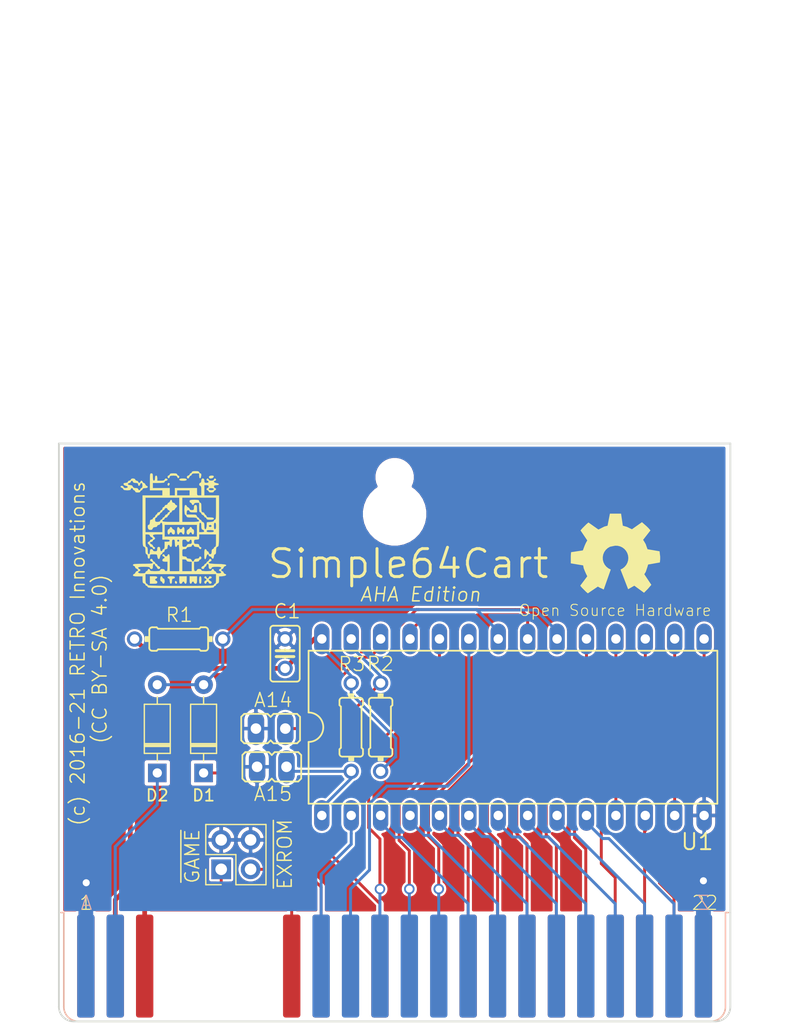
<source format=kicad_pcb>
(kicad_pcb (version 20171130) (host pcbnew 5.0.2-bee76a0~70~ubuntu18.04.1)
  (layers (0 Top signal) (31 Bottom signal) (34 B.Paste user) (35 F.Paste user) (36 B.SilkS user) (37 F.SilkS user) (38 B.Mask user) (39 F.Mask user) (44 Edge.Cuts user))
  (net 0 "")
  (net 1 GND)
  (net 2 VCC)
  (net 3 ~ROMH)
  (net 4 ~ROML)
  (net 5 D7)
  (net 6 D6)
  (net 7 D5)
  (net 8 D4)
  (net 9 D3)
  (net 10 D2)
  (net 11 D1)
  (net 12 D0)
  (net 13 ~EXROM)
  (net 14 ~GAME)
  (net 15 A13)
  (net 16 A12)
  (net 17 A11)
  (net 18 A10)
  (net 19 A9)
  (net 20 A8)
  (net 21 A7)
  (net 22 A6)
  (net 23 A5)
  (net 24 A4)
  (net 25 A3)
  (net 26 A2)
  (net 27 A1)
  (net 28 A0)
  (net 29 N$1)
  (net 30 ADDR14)
  (net 31 ADDR15)
  (net 32 PHI2)
  (net 33 DOTCLK)
  (net 34 BA)
  (net 35 ~DMA)
  (net 36 ~IO2)
  (net 37 ~IO1)
  (net 38 R/~W)
  (net 39 A15)
  (net 40 A14)
  (net 41 ~RESET)
  (net 42 ~NMI)
  (net 43 ~IRQ)
  (module Diode_THT:D_DO-35_SOD27_P7.62mm_Horizontal (layer Top) (at 132 108 90)
    (fp_text reference D1 (at -1.94 0 180) (layer F.SilkS))
    (fp_text value D_DO-35_SOD27_P7.62mm_Horizontal hide)
    (pad 2 thru_hole oval (at 7.62 0 90) (size 1.6 1.6) (drill 0.8) (layers *.Cu *.Mask) (net 29 N$1))
    (pad 1 thru_hole rect (at 0 0 90) (size 1.6 1.6) (drill 0.8) (layers *.Cu *.Mask) (net 4 ~ROML))
  )
  (module Diode_THT:D_DO-35_SOD27_P7.62mm_Horizontal (layer Top) (at 128 108 90)
    (fp_text reference D2 (at -1.94 0 180) (layer F.SilkS))
    (fp_text value D_DO-35_SOD27_P7.62mm_Horizontal hide)
    (pad 2 thru_hole oval (at 7.62 0 90) (size 1.6 1.6) (drill 0.8) (layers *.Cu *.Mask) (net 29 N$1))
    (pad 1 thru_hole rect (at 0 0 90) (size 1.6 1.6) (drill 0.8) (layers *.Cu *.Mask) (net 3 ~ROMH))
  )
  (module JP1 (layer Top) (at 137.89 107.47 270)
    (fp_text reference A15 (at 3.05 1.64) (layer F.SilkS) (effects (font (size 1.2065 1.2065) (thickness 0.12065)) (justify left bottom)))
    (fp_text value "")
    (pad 2 thru_hole oval (at 0 -1.27 270) (size 2.8448 1.4224) (drill 0.9144) (layers *.Cu *.Mask) (net 31 ADDR15))
    (pad 1 thru_hole oval (at 0 1.27 270) (size 2.8448 1.4224) (drill 0.9144) (layers *.Cu *.Mask) (net 1 GND))
  )
  (module 0204_7 (layer Top) (at 129.85 96.44)
    (fp_text reference R1 (at -1.21 -1.38) (layer F.SilkS) (effects (font (size 1.2065 1.2065) (thickness 0.12065)) (justify left bottom)))
    (fp_text value "")
    (pad 1 thru_hole circle (at -3.81 0) (size 1.3208 1.3208) (drill 0.8128) (layers *.Cu *.Mask) (net 2 VCC))
    (pad 2 thru_hole circle (at 3.81 0) (size 1.3208 1.3208) (drill 0.8128) (layers *.Cu *.Mask) (net 29 N$1))
  )
  (module JP1 (layer Top) (at 137.79 104.17 270)
    (fp_text reference A14 (at -1.76 1.53) (layer F.SilkS) (effects (font (size 1.2065 1.2065) (thickness 0.12065)) (justify left bottom)))
    (fp_text value "")
    (pad 1 thru_hole oval (at 0 1.27 270) (size 2.8448 1.4224) (drill 0.9144) (layers *.Cu *.Mask) (net 1 GND))
    (pad 2 thru_hole oval (at 0 -1.27 270) (size 2.8448 1.4224) (drill 0.9144) (layers *.Cu *.Mask) (net 30 ADDR14))
  )
  (module MA100-22-2 (layer Top) (at 148.5011 124.3711)
    (fp_text reference X1 hide)
    (fp_text value EXPANSION_PORT_C64_EDGE hide)
    (fp_text user Z (at 27.305 -4.445) (layer B.SilkS) (effects (font (size 1.2065 1.2065) (thickness 0.1016)) (justify left bottom mirror)))
    (fp_text user A (at -26.035 -4.445) (layer B.SilkS) (effects (font (size 1.2065 1.2065) (thickness 0.1016)) (justify left bottom mirror)))
    (fp_text user 22 (at 25.5789 -4.445) (layer F.SilkS) (effects (font (size 1.2065 1.2065) (thickness 0.1016)) (justify left bottom)))
    (fp_text user 1 (at -27.305 -4.445) (layer F.SilkS) (effects (font (size 1.2065 1.2065) (thickness 0.1016)) (justify left bottom)))
    (pad Z connect roundrect (at 26.67 0.3048) (size 1.5 8.89) (layers Bottom B.Mask) (roundrect_rratio 0.15) (net 1 GND))
    (pad Y connect roundrect (at 24.13 0.3048) (size 1.5 8.89) (layers Bottom B.Mask) (roundrect_rratio 0.15) (net 28 A0))
    (pad X connect roundrect (at 21.59 0.3048) (size 1.5 8.89) (layers Bottom B.Mask) (roundrect_rratio 0.15) (net 27 A1))
    (pad W connect roundrect (at 19.05 0.3048) (size 1.5 8.89) (layers Bottom B.Mask) (roundrect_rratio 0.15) (net 26 A2))
    (pad V connect roundrect (at 16.51 0.3048) (size 1.5 8.89) (layers Bottom B.Mask) (roundrect_rratio 0.15) (net 25 A3))
    (pad U connect roundrect (at 13.97 0.3048) (size 1.5 8.89) (layers Bottom B.Mask) (roundrect_rratio 0.15) (net 24 A4))
    (pad T connect roundrect (at 11.43 0.3048) (size 1.5 8.89) (layers Bottom B.Mask) (roundrect_rratio 0.15) (net 23 A5))
    (pad S connect roundrect (at 8.89 0.3048) (size 1.5 8.89) (layers Bottom B.Mask) (roundrect_rratio 0.15) (net 22 A6))
    (pad R connect roundrect (at 6.35 0.3048) (size 1.5 8.89) (layers Bottom B.Mask) (roundrect_rratio 0.15) (net 21 A7))
    (pad P connect roundrect (at 3.81 0.3048) (size 1.5 8.89) (layers Bottom B.Mask) (roundrect_rratio 0.15) (net 20 A8))
    (pad N connect roundrect (at 1.27 0.3048) (size 1.5 8.89) (layers Bottom B.Mask) (roundrect_rratio 0.15) (net 19 A9))
    (pad M connect roundrect (at -1.27 0.3048) (size 1.5 8.89) (layers Bottom B.Mask) (roundrect_rratio 0.15) (net 18 A10))
    (pad L connect roundrect (at -3.81 0.3048) (size 1.5 8.89) (layers Bottom B.Mask) (roundrect_rratio 0.15) (net 17 A11))
    (pad K connect roundrect (at -6.35 0.3048) (size 1.5 8.89) (layers Bottom B.Mask) (roundrect_rratio 0.15) (net 16 A12))
    (pad B connect roundrect (at -24.13 0.3048) (size 1.5 8.89) (layers Bottom B.Mask) (roundrect_rratio 0.15) (net 3 ~ROMH))
    (pad A connect roundrect (at -26.67 0.3048) (size 1.5 8.89) (layers Bottom B.Mask) (roundrect_rratio 0.15) (net 1 GND))
    (pad 22 connect roundrect (at 26.67 0.3048) (size 1.5 8.89) (layers Top F.Mask) (roundrect_rratio 0.15) (net 1 GND))
    (pad 21 connect roundrect (at 24.13 0.3048) (size 1.5 8.89) (layers Top F.Mask) (roundrect_rratio 0.15) (net 12 D0))
    (pad 20 connect roundrect (at 21.59 0.3048) (size 1.5 8.89) (layers Top F.Mask) (roundrect_rratio 0.15) (net 11 D1))
    (pad 19 connect roundrect (at 19.05 0.3048) (size 1.5 8.89) (layers Top F.Mask) (roundrect_rratio 0.15) (net 10 D2))
    (pad 18 connect roundrect (at 16.51 0.3048) (size 1.5 8.89) (layers Top F.Mask) (roundrect_rratio 0.15) (net 9 D3))
    (pad 17 connect roundrect (at 13.97 0.3048) (size 1.5 8.89) (layers Top F.Mask) (roundrect_rratio 0.15) (net 8 D4))
    (pad 16 connect roundrect (at 11.43 0.3048) (size 1.5 8.89) (layers Top F.Mask) (roundrect_rratio 0.15) (net 7 D5))
    (pad 15 connect roundrect (at 8.89 0.3048) (size 1.5 8.89) (layers Top F.Mask) (roundrect_rratio 0.15) (net 6 D6))
    (pad 14 connect roundrect (at 6.35 0.3048) (size 1.5 8.89) (layers Top F.Mask) (roundrect_rratio 0.15) (net 5 D7))
    (pad 1 connect roundrect (at -26.67 0.3048) (size 1.5 8.89) (layers Top F.Mask) (roundrect_rratio 0.15) (net 1 GND))
    (pad 2 connect roundrect (at -24.13 0.3048) (size 1.5 8.89) (layers Top F.Mask) (roundrect_rratio 0.15) (net 2 VCC))
    (pad 3 connect roundrect (at -21.59 0.3048) (size 1.5 8.89) (layers Top F.Mask) (roundrect_rratio 0.15) (net 2 VCC))
    (pad 8 connect roundrect (at -8.89 0.3048) (size 1.5 8.89) (layers Top F.Mask) (roundrect_rratio 0.15) (net 14 ~GAME))
    (pad 9 connect roundrect (at -6.35 0.3048) (size 1.5 8.89) (layers Top F.Mask) (roundrect_rratio 0.15) (net 13 ~EXROM))
    (pad 11 connect roundrect (at -1.27 0.3048) (size 1.5 8.89) (layers Top F.Mask) (roundrect_rratio 0.15) (net 4 ~ROML))
  )
  (module CARTRIDGE_C64 (layer Top) (at 148.5011 129.4511)
    (fp_text reference CART hide)
    (fp_text value CARTRIDGE_C64 hide)
    (pad "" np_thru_hole circle (at 0 -46.99) (size 2.921 2.921) (drill 2.921) (layers *.Cu *.Mask))
    (pad "" np_thru_hole circle (at 0 -43.815) (size 5.08 5.08) (drill 5.08) (layers *.Cu *.Mask))
  )
  (module DIL28-6 (layer Top) (at 158.7211 104.0511)
    (fp_text reference U1 (at 14.3989 10.7089) (layer F.SilkS) (effects (font (size 1.4 1.4) (thickness 0.16891)) (justify left bottom)))
    (fp_text value "")
    (pad 28 thru_hole oval (at -16.51 -7.62 90) (size 2.6416 1.3208) (drill 0.8128) (layers *.Cu *.Mask) (net 2 VCC))
    (pad 27 thru_hole oval (at -13.97 -7.62 90) (size 2.6416 1.3208) (drill 0.8128) (layers *.Cu *.Mask) (net 30 ADDR14))
    (pad 26 thru_hole oval (at -11.43 -7.62 90) (size 2.6416 1.3208) (drill 0.8128) (layers *.Cu *.Mask) (net 4 ~ROML))
    (pad 25 thru_hole oval (at -8.89 -7.62 90) (size 2.6416 1.3208) (drill 0.8128) (layers *.Cu *.Mask) (net 20 A8))
    (pad 24 thru_hole oval (at -6.35 -7.62 90) (size 2.6416 1.3208) (drill 0.8128) (layers *.Cu *.Mask) (net 19 A9))
    (pad 23 thru_hole oval (at -3.81 -7.62 90) (size 2.6416 1.3208) (drill 0.8128) (layers *.Cu *.Mask) (net 17 A11))
    (pad 22 thru_hole oval (at -1.27 -7.62 90) (size 2.6416 1.3208) (drill 0.8128) (layers *.Cu *.Mask) (net 29 N$1))
    (pad 21 thru_hole oval (at 1.27 -7.62 90) (size 2.6416 1.3208) (drill 0.8128) (layers *.Cu *.Mask) (net 18 A10))
    (pad 20 thru_hole oval (at 3.81 -7.62 90) (size 2.6416 1.3208) (drill 0.8128) (layers *.Cu *.Mask) (net 29 N$1))
    (pad 19 thru_hole oval (at 6.35 -7.62 90) (size 2.6416 1.3208) (drill 0.8128) (layers *.Cu *.Mask) (net 5 D7))
    (pad 18 thru_hole oval (at 8.89 -7.62 90) (size 2.6416 1.3208) (drill 0.8128) (layers *.Cu *.Mask) (net 6 D6))
    (pad 17 thru_hole oval (at 11.43 -7.62 90) (size 2.6416 1.3208) (drill 0.8128) (layers *.Cu *.Mask) (net 7 D5))
    (pad 16 thru_hole oval (at 13.97 -7.62 90) (size 2.6416 1.3208) (drill 0.8128) (layers *.Cu *.Mask) (net 8 D4))
    (pad 15 thru_hole oval (at 16.51 -7.62 90) (size 2.6416 1.3208) (drill 0.8128) (layers *.Cu *.Mask) (net 9 D3))
    (pad 14 thru_hole oval (at 16.51 7.62 90) (size 2.6416 1.3208) (drill 0.8128) (layers *.Cu *.Mask) (net 1 GND))
    (pad 13 thru_hole oval (at 13.97 7.62 90) (size 2.6416 1.3208) (drill 0.8128) (layers *.Cu *.Mask) (net 10 D2))
    (pad 12 thru_hole oval (at 11.43 7.62 90) (size 2.6416 1.3208) (drill 0.8128) (layers *.Cu *.Mask) (net 11 D1))
    (pad 11 thru_hole oval (at 8.89 7.62 90) (size 2.6416 1.3208) (drill 0.8128) (layers *.Cu *.Mask) (net 12 D0))
    (pad 10 thru_hole oval (at 6.35 7.62 90) (size 2.6416 1.3208) (drill 0.8128) (layers *.Cu *.Mask) (net 28 A0))
    (pad 9 thru_hole oval (at 3.81 7.62 90) (size 2.6416 1.3208) (drill 0.8128) (layers *.Cu *.Mask) (net 27 A1))
    (pad 8 thru_hole oval (at 1.27 7.62 90) (size 2.6416 1.3208) (drill 0.8128) (layers *.Cu *.Mask) (net 26 A2))
    (pad 7 thru_hole oval (at -1.27 7.62 90) (size 2.6416 1.3208) (drill 0.8128) (layers *.Cu *.Mask) (net 25 A3))
    (pad 6 thru_hole oval (at -3.81 7.62 90) (size 2.6416 1.3208) (drill 0.8128) (layers *.Cu *.Mask) (net 24 A4))
    (pad 5 thru_hole oval (at -6.35 7.62 90) (size 2.6416 1.3208) (drill 0.8128) (layers *.Cu *.Mask) (net 23 A5))
    (pad 4 thru_hole oval (at -8.89 7.62 90) (size 2.6416 1.3208) (drill 0.8128) (layers *.Cu *.Mask) (net 22 A6))
    (pad 3 thru_hole oval (at -11.43 7.62 90) (size 2.6416 1.3208) (drill 0.8128) (layers *.Cu *.Mask) (net 21 A7))
    (pad 2 thru_hole oval (at -13.97 7.62 90) (size 2.6416 1.3208) (drill 0.8128) (layers *.Cu *.Mask) (net 16 A12))
    (pad 1 thru_hole oval (at -16.51 7.62 90) (size 2.6416 1.3208) (drill 0.8128) (layers *.Cu *.Mask) (net 31 ADDR15))
  )
  (module 0204_7 (layer Top) (at 147.2911 104.0511 90)
    (fp_text reference R2 (at 4.7611 -1.2811 180) (layer F.SilkS) (effects (font (size 1.2065 1.2065) (thickness 0.12065)) (justify left bottom)))
    (fp_text value "")
    (pad 2 thru_hole circle (at 3.81 0 90) (size 1.3208 1.3208) (drill 0.8128) (layers *.Cu *.Mask) (net 30 ADDR14))
    (pad 1 thru_hole circle (at -3.81 0 90) (size 1.3208 1.3208) (drill 0.8128) (layers *.Cu *.Mask) (net 2 VCC))
  )
  (module 0204_7 (layer Top) (at 144.7511 104.0511 270)
    (fp_text reference R3 (at -4.7411 1.2011 180) (layer F.SilkS) (effects (font (size 1.2065 1.2065) (thickness 0.12065)) (justify left bottom)))
    (fp_text value "")
    (pad 2 thru_hole circle (at 3.81 0 270) (size 1.3208 1.3208) (drill 0.8128) (layers *.Cu *.Mask) (net 31 ADDR15))
    (pad 1 thru_hole circle (at -3.81 0 270) (size 1.3208 1.3208) (drill 0.8128) (layers *.Cu *.Mask) (net 2 VCC))
  )
  (module C025-025X050 (layer Top) (at 139.0361 97.7011 90)
    (fp_text reference C1 (at 2.9511 -1.0861 180) (layer F.SilkS) (effects (font (size 1.2065 1.2065) (thickness 0.127)) (justify left bottom)))
    (fp_text value "")
    (pad 2 thru_hole circle (at 1.27 0 90) (size 1.3208 1.3208) (drill 0.8128) (layers *.Cu *.Mask) (net 1 GND))
    (pad 1 thru_hole circle (at -1.27 0 90) (size 1.3208 1.3208) (drill 0.8128) (layers *.Cu *.Mask) (net 2 VCC))
  )
  (module OSHW_8MM (layer Top) (at 167.5511 89.4461)
    (fp_text reference GOLD_ORB_SM1 hide)
    (fp_text value "Open Source Hardware" (at 0 5.08) (layer F.SilkS) (effects (font (size 0.9652 0.9652) (thickness 0.08128)) (justify bottom)))
  )
  (module bjohnson:aha (layer Top) (at 130.03 87.15)
    (fp_text reference G*** hide)
    (fp_text value LOGO hide)
  )
  (module Connector_PinHeader_2.54mm:PinHeader_2x02_P2.54mm_Vertical (layer Top) (at 133.52 116.32 90)
    (fp_text reference TYPE hide)
    (fp_text value PinHeader_2x02_P2.54mm_Vertical hide)
    (pad 4 thru_hole oval (at 2.54 2.54 90) (size 1.7 1.7) (drill 1) (layers *.Cu *.Mask) (net 1 GND))
    (pad 3 thru_hole oval (at 0 2.54 90) (size 1.7 1.7) (drill 1) (layers *.Cu *.Mask) (net 13 ~EXROM))
    (pad 2 thru_hole oval (at 2.54 0 90) (size 1.7 1.7) (drill 1) (layers *.Cu *.Mask) (net 1 GND))
    (pad 1 thru_hole rect (at 0 0 90) (size 1.7 1.7) (drill 1) (layers *.Cu *.Mask) (net 14 ~GAME))
  )
  (gr_text "AHA Edition" (at 150.75 92.59) (layer F.SilkS) (effects (font (size 1.2065 1.2065) (thickness 0.127) italic)))
  (gr_text "(c) 2016-21 RETRO Innovations" (at 121.8311 97.7011 90) (layer F.SilkS) (effects (font (size 1.2065 1.2065) (thickness 0.127)) (justify bottom)))
  (gr_text Simple64Cart (at 137.3886 91.3511) (layer F.SilkS) (effects (font (size 2.413 2.413) (thickness 0.254)) (justify left bottom)))
  (gr_text "(CC BY-SA 4.0) " (at 123.7361 97.7011 90) (layer F.SilkS) (effects (font (size 1.2065 1.2065) (thickness 0.127)) (justify bottom)))
  (gr_text ~GAME (at 130.32 112.76 90) (layer F.SilkS) (effects (font (size 1.2065 1.2065) (thickness 0.127)) (justify right top)))
  (gr_text ~EXROM (at 139.72 118.15 90) (layer F.SilkS) (effects (font (size 1.2065 1.2065) (thickness 0.127)) (justify left bottom)))
  (gr_line (start 119.5011 79.5561) (end 119.5011 128.1811) (layer Edge.Cuts) (width 0.15))
  (gr_arc (start 120.77 128.18) (end 119.5 128.18) (angle -90) (layer Edge.Cuts) (width 0.15))
  (gr_line (start 120.7711 129.4511) (end 176.2311 129.4511) (layer Edge.Cuts) (width 0.15))
  (gr_arc (start 176.23 128.18) (end 176.23 129.45) (angle -90) (layer Edge.Cuts) (width 0.15))
  (gr_line (start 177.5011 128.1811) (end 177.5011 79.5561) (layer Edge.Cuts) (width 0.15))
  (gr_line (start 177.5011 79.5561) (end 119.5011 79.5561) (layer Edge.Cuts) (width 0.15))
  (segment (start 175.1711 119.2911) (end 175.1711 124.6759) (width 1.27) (layer Bottom) (net 1))
  (segment (start 175.1711 119.2911) (end 175.1711 124.6759) (width 1.27) (layer Top) (net 1))
  (via (at 121.86 117.48) (size 0.9144) (drill 0.6096) (layers Top Bottom) (net 1))
  (via (at 175.17 117.31) (size 0.9144) (drill 0.6096) (layers Top Bottom) (net 1))
  (segment (start 121.8311 124.6759) (end 121.8311 117.5089) (width 1.27) (layer Bottom) (net 1))
  (segment (start 121.8311 124.6759) (end 121.8311 117.5089) (width 1.27) (layer Top) (net 1))
  (segment (start 175.17 119.29) (end 175.17 117.31) (width 1.27) (layer Top) (net 1))
  (segment (start 175.17 119.29) (end 175.17 117.31) (width 1.27) (layer Bottom) (net 1))
  (segment (start 141.5761 96.4311) (end 142.2111 96.4311) (width 0.4064) (layer Top) (net 2))
  (segment (start 139.0361 98.9711) (end 141.5761 96.4311) (width 0.4064) (layer Top) (net 2))
  (segment (start 144.7511 99.6315) (end 144.7511 100.2411) (width 0.254) (layer Bottom) (net 2))
  (segment (start 142.2111 97.0915) (end 144.7511 99.6315) (width 0.254) (layer Bottom) (net 2))
  (segment (start 142.2111 96.4311) (end 142.2111 97.0915) (width 0.254) (layer Bottom) (net 2))
  (segment (start 144.7511 101.175046) (end 148.59 105.013946) (width 0.254) (layer Bottom) (net 2))
  (segment (start 144.7511 100.2411) (end 144.7511 101.175046) (width 0.254) (layer Bottom) (net 2))
  (segment (start 148.59 105.013946) (end 148.59 106.62) (width 0.254) (layer Bottom) (net 2))
  (segment (start 148.5322 106.62) (end 147.2911 107.8611) (width 0.254) (layer Bottom) (net 2))
  (segment (start 148.59 106.62) (end 148.5322 106.62) (width 0.254) (layer Bottom) (net 2))
  (segment (start 126.9111 115.9) (end 126.9111 116.4189) (width 0.4064) (layer Top) (net 2))
  (segment (start 126.9111 124.6759) (end 126.9111 115.9) (width 0.4064) (layer Top) (net 2))
  (segment (start 124.3711 118.9589) (end 124.3711 124.6759) (width 0.4064) (layer Top) (net 2))
  (segment (start 126.9111 116.4189) (end 124.3711 118.9589) (width 0.4064) (layer Top) (net 2))
  (segment (start 128.5711 98.9711) (end 126.04 96.44) (width 0.4064) (layer Top) (net 2))
  (segment (start 139.0361 98.9711) (end 128.5711 98.9711) (width 0.4064) (layer Top) (net 2))
  (segment (start 127.55061 98.9711) (end 128.5711 98.9711) (width 0.4064) (layer Top) (net 2))
  (segment (start 125.67 100.85171) (end 127.55061 98.9711) (width 0.4064) (layer Top) (net 2))
  (segment (start 125.67 114.6589) (end 125.67 100.85171) (width 0.4064) (layer Top) (net 2))
  (segment (start 126.9111 115.9) (end 125.67 114.6589) (width 0.4064) (layer Top) (net 2))
  (segment (start 124.3711 115.7) (end 124.3711 115.4811) (width 0.254) (layer Bottom) (net 3))
  (segment (start 124.3711 115.7) (end 124.3711 114.3573) (width 0.254) (layer Bottom) (net 3))
  (segment (start 124.3711 124.6759) (end 124.3711 115.7) (width 0.254) (layer Bottom) (net 3))
  (segment (start 128 110.7284) (end 128 108) (width 0.254) (layer Bottom) (net 3))
  (segment (start 124.3711 114.3573) (end 128 110.7284) (width 0.254) (layer Bottom) (net 3))
  (segment (start 147.2311 124.6759) (end 147.2311 119.2911) (width 0.254) (layer Top) (net 4))
  (segment (start 145.595394 98.0059) (end 142.371294 101.23) (width 0.254) (layer Top) (net 4))
  (segment (start 146.3767 98.0059) (end 145.595394 98.0059) (width 0.254) (layer Top) (net 4))
  (segment (start 147.2911 96.4311) (end 147.2911 97.0915) (width 0.254) (layer Top) (net 4))
  (segment (start 147.2911 97.0915) (end 146.3767 98.0059) (width 0.254) (layer Top) (net 4))
  (segment (start 140.127966 101.23) (end 139.127966 102.23) (width 0.254) (layer Top) (net 4))
  (segment (start 142.371294 101.23) (end 140.127966 101.23) (width 0.254) (layer Top) (net 4))
  (segment (start 139.127966 102.23) (end 138.25 102.23) (width 0.254) (layer Top) (net 4))
  (segment (start 137.867699 109.892301) (end 137.85 109.91) (width 0.254) (layer Top) (net 4))
  (segment (start 138.25 102.23) (end 137.867699 102.612301) (width 0.254) (layer Top) (net 4))
  (segment (start 137.867699 102.612301) (end 137.867699 109.892301) (width 0.254) (layer Top) (net 4))
  (segment (start 133.154 108) (end 136.064 110.91) (width 0.254) (layer Top) (net 4))
  (segment (start 136.064 110.91) (end 138.85 110.91) (width 0.254) (layer Top) (net 4))
  (segment (start 132 108) (end 133.154 108) (width 0.254) (layer Top) (net 4))
  (segment (start 147.2311 119.2911) (end 138.85 110.91) (width 0.254) (layer Top) (net 4))
  (segment (start 138.85 110.91) (end 137.85 109.91) (width 0.254) (layer Top) (net 4))
  (segment (start 165.0711 98.0059) (end 165.06 98.017) (width 0.254) (layer Top) (net 5))
  (segment (start 165.0711 96.4311) (end 165.0711 98.0059) (width 0.254) (layer Top) (net 5))
  (segment (start 153.97129 110.40871) (end 165.06 99.32) (width 0.254) (layer Top) (net 5))
  (segment (start 153.97129 113.25019) (end 153.97129 110.40871) (width 0.254) (layer Top) (net 5))
  (segment (start 154.8511 114.13) (end 153.97129 113.25019) (width 0.254) (layer Top) (net 5))
  (segment (start 154.8511 124.6759) (end 154.8511 114.13) (width 0.254) (layer Top) (net 5))
  (segment (start 165.06 98.017) (end 165.06 99.32) (width 0.254) (layer Top) (net 5))
  (segment (start 167.6111 98.0059) (end 167.6022 98.0148) (width 0.254) (layer Top) (net 6))
  (segment (start 167.6111 96.4311) (end 167.6111 98.0059) (width 0.254) (layer Top) (net 6))
  (segment (start 156.51129 113.02019) (end 156.51129 110.32091) (width 0.254) (layer Top) (net 6))
  (segment (start 157.3911 113.9) (end 156.51129 113.02019) (width 0.254) (layer Top) (net 6))
  (segment (start 157.3911 124.6759) (end 157.3911 113.9) (width 0.254) (layer Top) (net 6))
  (segment (start 156.51129 110.32091) (end 167.6022 99.23) (width 0.254) (layer Top) (net 6))
  (segment (start 167.6022 98.0148) (end 167.6022 99.23) (width 0.254) (layer Top) (net 6))
  (segment (start 170.1511 98.0059) (end 170.1522 98.007) (width 0.254) (layer Top) (net 7))
  (segment (start 170.1511 96.4311) (end 170.1511 98.0059) (width 0.254) (layer Top) (net 7))
  (segment (start 159.05129 110.42091) (end 170.1522 99.32) (width 0.254) (layer Top) (net 7))
  (segment (start 159.05129 113.25019) (end 159.05129 110.42091) (width 0.254) (layer Top) (net 7))
  (segment (start 159.9311 114.13) (end 159.05129 113.25019) (width 0.254) (layer Top) (net 7))
  (segment (start 159.9311 124.6759) (end 159.9311 114.13) (width 0.254) (layer Top) (net 7))
  (segment (start 170.1522 98.007) (end 170.1522 99.32) (width 0.254) (layer Top) (net 7))
  (segment (start 172.6911 98.0059) (end 172.69 98.007) (width 0.254) (layer Top) (net 8))
  (segment (start 172.6911 96.4311) (end 172.6911 98.0059) (width 0.254) (layer Top) (net 8))
  (segment (start 161.59129 110.33871) (end 172.69 99.24) (width 0.254) (layer Top) (net 8))
  (segment (start 161.59129 113.35019) (end 161.59129 110.33871) (width 0.254) (layer Top) (net 8))
  (segment (start 162.4711 114.23) (end 161.59129 113.35019) (width 0.254) (layer Top) (net 8))
  (segment (start 162.4711 124.6759) (end 162.4711 114.23) (width 0.254) (layer Top) (net 8))
  (segment (start 172.69 98.007) (end 172.69 99.24) (width 0.254) (layer Top) (net 8))
  (segment (start 164.04 110.2611) (end 175.2311 99.07) (width 0.254) (layer Top) (net 9))
  (segment (start 164.04 113.5989) (end 164.04 110.2611) (width 0.254) (layer Top) (net 9))
  (segment (start 165.0111 114.57) (end 164.04 113.5989) (width 0.254) (layer Top) (net 9))
  (segment (start 165.0111 124.6759) (end 165.0111 114.57) (width 0.254) (layer Top) (net 9))
  (segment (start 175.2311 96.4311) (end 175.2311 99.07) (width 0.254) (layer Top) (net 9))
  (segment (start 172.6911 110.0963) (end 171.15 108.5552) (width 0.254) (layer Top) (net 10))
  (segment (start 172.6911 111.6711) (end 172.6911 110.0963) (width 0.254) (layer Top) (net 10))
  (segment (start 171.15 108.5552) (end 167.8548 108.5552) (width 0.254) (layer Top) (net 10))
  (segment (start 167.8548 108.5552) (end 166.35 110.06) (width 0.254) (layer Top) (net 10))
  (segment (start 166.35 110.06) (end 166.35 115.83) (width 0.254) (layer Top) (net 10))
  (segment (start 167.5511 117.0311) (end 167.5511 124.6759) (width 0.254) (layer Top) (net 10))
  (segment (start 166.35 115.83) (end 167.5511 117.0311) (width 0.254) (layer Top) (net 10))
  (segment (start 170.1511 112.9911) (end 170.1511 111.6711) (width 0.254) (layer Top) (net 11))
  (segment (start 170.0911 124.6759) (end 170.0911 113.0511) (width 0.254) (layer Top) (net 11))
  (segment (start 170.0911 113.0511) (end 170.1511 112.9911) (width 0.254) (layer Top) (net 11))
  (segment (start 167.6111 110.0963) (end 168.3074 109.4) (width 0.254) (layer Top) (net 12))
  (segment (start 167.6111 111.6711) (end 167.6111 110.0963) (width 0.254) (layer Top) (net 12))
  (segment (start 168.3074 109.4) (end 170.84 109.4) (width 0.254) (layer Top) (net 12))
  (segment (start 170.84 109.4) (end 171.38 109.94) (width 0.254) (layer Top) (net 12))
  (segment (start 171.38 109.94) (end 171.38 117.5) (width 0.254) (layer Top) (net 12))
  (segment (start 172.6311 118.7511) (end 172.6311 124.6759) (width 0.254) (layer Top) (net 12))
  (segment (start 171.38 117.5) (end 172.6311 118.7511) (width 0.254) (layer Top) (net 12))
  (segment (start 140.62 116.32) (end 136.06 116.32) (width 0.254) (layer Top) (net 13))
  (segment (start 142.1511 124.6759) (end 142.1511 117.8511) (width 0.254) (layer Top) (net 13))
  (segment (start 142.1511 117.8511) (end 140.62 116.32) (width 0.254) (layer Top) (net 13))
  (segment (start 139.6111 124.6759) (end 139.6111 120.5611) (width 0.254) (layer Top) (net 14))
  (segment (start 134.9171 118.8211) (end 133.52 117.424) (width 0.254) (layer Top) (net 14))
  (segment (start 138.7822 118.8211) (end 134.9171 118.8211) (width 0.254) (layer Top) (net 14))
  (segment (start 139.6111 119.65) (end 138.7822 118.8211) (width 0.254) (layer Top) (net 14))
  (segment (start 133.52 117.424) (end 133.52 116.32) (width 0.254) (layer Top) (net 14))
  (segment (start 139.6111 124.6759) (end 139.6111 119.65) (width 0.254) (layer Top) (net 14))
  (segment (start 142.1511 124.6759) (end 142.1511 116.7511) (width 0.254) (layer Bottom) (net 16))
  (segment (start 144.7511 113.2459) (end 144.75 113.247) (width 0.254) (layer Bottom) (net 16))
  (segment (start 144.75 113.247) (end 144.75 114.1522) (width 0.254) (layer Bottom) (net 16))
  (segment (start 144.7511 111.6711) (end 144.7511 113.2459) (width 0.254) (layer Bottom) (net 16))
  (segment (start 142.1511 116.7511) (end 144.75 114.1522) (width 0.254) (layer Bottom) (net 16))
  (segment (start 144.6911 124.6759) (end 144.6911 118.0211) (width 0.254) (layer Bottom) (net 17))
  (segment (start 146.3322 116.38) (end 146.3322 110.640508) (width 0.254) (layer Bottom) (net 17))
  (segment (start 146.3322 110.640508) (end 147.832708 109.14) (width 0.254) (layer Bottom) (net 17))
  (segment (start 144.6911 118.0211) (end 146.3322 116.38) (width 0.254) (layer Bottom) (net 17))
  (segment (start 149.943106 109.14) (end 149.953106 109.15) (width 0.254) (layer Bottom) (net 17))
  (segment (start 147.832708 109.14) (end 149.943106 109.14) (width 0.254) (layer Bottom) (net 17))
  (segment (start 149.953106 109.15) (end 153.09 109.15) (width 0.254) (layer Bottom) (net 17))
  (segment (start 154.9111 107.3289) (end 154.9111 96.4311) (width 0.254) (layer Bottom) (net 17))
  (segment (start 153.09 109.15) (end 154.9111 107.3289) (width 0.254) (layer Bottom) (net 17))
  (via (at 147.2311 118.0211) (size 0.9048) (drill 0.6) (layers Top Bottom) (net 18))
  (segment (start 147.2311 124.6759) (end 147.2311 118.0211) (width 0.254) (layer Bottom) (net 18))
  (segment (start 158.92 93.8911) (end 159.3911 93.8911) (width 0.254) (layer Top) (net 18))
  (segment (start 159.9911 94.4911) (end 159.9911 96.4311) (width 0.254) (layer Top) (net 18))
  (segment (start 159.3911 93.8911) (end 159.9911 94.4911) (width 0.254) (layer Top) (net 18))
  (segment (start 146.26 106.2922) (end 147.43 105.1222) (width 0.254) (layer Top) (net 18))
  (segment (start 146.26 112.7289) (end 146.26 106.2922) (width 0.254) (layer Top) (net 18))
  (segment (start 147.2311 113.7) (end 146.26 112.7289) (width 0.254) (layer Top) (net 18))
  (segment (start 147.2311 118.0211) (end 147.2311 113.7) (width 0.254) (layer Top) (net 18))
  (segment (start 150.381608 93.8911) (end 148.47 95.802708) (width 0.254) (layer Top) (net 18))
  (segment (start 150.6 93.8911) (end 150.381608 93.8911) (width 0.254) (layer Top) (net 18))
  (segment (start 148.47 95.802708) (end 148.47 104.0822) (width 0.254) (layer Top) (net 18))
  (segment (start 150.4061 93.8911) (end 150.6 93.8911) (width 0.254) (layer Top) (net 18))
  (segment (start 150.6 93.8911) (end 158.92 93.8911) (width 0.254) (layer Top) (net 18))
  (segment (start 147.43 105.1222) (end 148.47 104.0822) (width 0.254) (layer Top) (net 18))
  (via (at 149.7711 118.0211) (size 0.9048) (drill 0.6) (layers Top Bottom) (net 19))
  (segment (start 149.7711 124.6759) (end 149.7711 118.0211) (width 0.254) (layer Bottom) (net 19))
  (segment (start 148.89129 113.83019) (end 148.89129 110.58566) (width 0.254) (layer Top) (net 19))
  (segment (start 149.7711 118.0211) (end 149.7711 114.71) (width 0.254) (layer Top) (net 19))
  (segment (start 149.7711 114.71) (end 148.89129 113.83019) (width 0.254) (layer Top) (net 19))
  (segment (start 152.78695 98.42175) (end 152.78695 106.69) (width 0.254) (layer Top) (net 19))
  (segment (start 152.3711 96.4311) (end 152.3711 98.0059) (width 0.254) (layer Top) (net 19))
  (segment (start 148.89129 110.58566) (end 152.78695 106.69) (width 0.254) (layer Top) (net 19))
  (segment (start 152.3711 98.0059) (end 152.78695 98.42175) (width 0.254) (layer Top) (net 19))
  (via (at 152.3111 118.0211) (size 0.9048) (drill 0.6) (layers Top Bottom) (net 20))
  (segment (start 152.3111 124.6759) (end 152.3111 118.0211) (width 0.254) (layer Bottom) (net 20))
  (segment (start 151.0718 94.53) (end 149.8311 95.7707) (width 0.254) (layer Top) (net 20))
  (segment (start 155.18 94.53) (end 151.0718 94.53) (width 0.254) (layer Top) (net 20))
  (segment (start 152.3111 118.0211) (end 152.3111 114.36) (width 0.254) (layer Top) (net 20))
  (segment (start 149.8311 95.7707) (end 149.8311 96.4311) (width 0.254) (layer Top) (net 20))
  (segment (start 151.43129 110.621418) (end 156.02 106.032708) (width 0.254) (layer Top) (net 20))
  (segment (start 152.3111 114.36) (end 151.43129 113.48019) (width 0.254) (layer Top) (net 20))
  (segment (start 151.43129 113.48019) (end 151.43129 110.621418) (width 0.254) (layer Top) (net 20))
  (segment (start 156.02 95.37) (end 155.18 94.53) (width 0.254) (layer Top) (net 20))
  (segment (start 156.02 106.032708) (end 156.02 95.37) (width 0.254) (layer Top) (net 20))
  (segment (start 154.8511 124.6759) (end 154.8511 119.2911) (width 0.254) (layer Bottom) (net 21))
  (segment (start 147.2911 111.6711) (end 147.2911 112.3111) (width 0.254) (layer Bottom) (net 21))
  (segment (start 147.2911 112.3111) (end 148.54 113.56) (width 0.254) (layer Bottom) (net 21))
  (segment (start 154.8511 119.2911) (end 149.12 113.56) (width 0.254) (layer Bottom) (net 21))
  (segment (start 148.54 113.56) (end 149.12 113.56) (width 0.254) (layer Bottom) (net 21))
  (segment (start 157.3911 124.6759) (end 157.3911 119.2911) (width 0.254) (layer Bottom) (net 22))
  (segment (start 149.8311 111.6711) (end 149.8311 112.1511) (width 0.254) (layer Bottom) (net 22))
  (segment (start 151.07 113.39) (end 151.49 113.39) (width 0.254) (layer Bottom) (net 22))
  (segment (start 149.8311 112.1511) (end 151.07 113.39) (width 0.254) (layer Bottom) (net 22))
  (segment (start 157.3911 119.2911) (end 151.49 113.39) (width 0.254) (layer Bottom) (net 22))
  (segment (start 159.9311 124.6759) (end 159.9311 119.2911) (width 0.254) (layer Bottom) (net 23))
  (segment (start 152.3711 111.6711) (end 152.3711 112.3111) (width 0.254) (layer Bottom) (net 23))
  (segment (start 153.45 113.39) (end 154.03 113.39) (width 0.254) (layer Bottom) (net 23))
  (segment (start 152.3711 112.3111) (end 153.45 113.39) (width 0.254) (layer Bottom) (net 23))
  (segment (start 159.9311 119.2911) (end 154.03 113.39) (width 0.254) (layer Bottom) (net 23))
  (segment (start 162.4711 124.6759) (end 162.4711 119.2911) (width 0.254) (layer Bottom) (net 24))
  (segment (start 154.9111 111.6711) (end 154.9111 112.3511) (width 0.254) (layer Bottom) (net 24))
  (segment (start 156.05 113.49) (end 156.67 113.49) (width 0.254) (layer Bottom) (net 24))
  (segment (start 154.9111 112.3511) (end 156.05 113.49) (width 0.254) (layer Bottom) (net 24))
  (segment (start 162.4711 119.2911) (end 156.67 113.49) (width 0.254) (layer Bottom) (net 24))
  (segment (start 165.0111 124.6759) (end 165.0111 119.2911) (width 0.254) (layer Bottom) (net 25))
  (segment (start 157.4511 111.6711) (end 157.4511 112.3211) (width 0.254) (layer Bottom) (net 25))
  (segment (start 158.66 113.53) (end 159.25 113.53) (width 0.254) (layer Bottom) (net 25))
  (segment (start 157.4511 112.3211) (end 158.66 113.53) (width 0.254) (layer Bottom) (net 25))
  (segment (start 165.0111 119.2911) (end 159.25 113.53) (width 0.254) (layer Bottom) (net 25))
  (segment (start 167.5511 124.6759) (end 167.5511 119.2911) (width 0.254) (layer Bottom) (net 26))
  (segment (start 159.9911 111.6711) (end 159.9911 112.2911) (width 0.254) (layer Bottom) (net 26))
  (segment (start 161.22 113.52) (end 161.78 113.52) (width 0.254) (layer Bottom) (net 26))
  (segment (start 159.9911 112.2911) (end 161.22 113.52) (width 0.254) (layer Bottom) (net 26))
  (segment (start 167.5511 119.2911) (end 161.78 113.52) (width 0.254) (layer Bottom) (net 26))
  (segment (start 170.0911 124.6759) (end 170.0911 119.2911) (width 0.254) (layer Bottom) (net 27))
  (segment (start 162.5311 111.6711) (end 162.5311 112.1711) (width 0.254) (layer Bottom) (net 27))
  (segment (start 163.66 113.3) (end 164.1 113.3) (width 0.254) (layer Bottom) (net 27))
  (segment (start 162.5311 112.1711) (end 163.66 113.3) (width 0.254) (layer Bottom) (net 27))
  (segment (start 170.0911 119.2911) (end 164.1 113.3) (width 0.254) (layer Bottom) (net 27))
  (segment (start 172.6311 124.6759) (end 172.6311 119.2911) (width 0.254) (layer Bottom) (net 28))
  (segment (start 165.0711 111.6711) (end 165.0711 112.2611) (width 0.254) (layer Bottom) (net 28))
  (segment (start 172.6311 119.2911) (end 167 113.66) (width 0.254) (layer Bottom) (net 28))
  (segment (start 166.47 113.66) (end 167 113.66) (width 0.254) (layer Bottom) (net 28))
  (segment (start 165.0711 112.2611) (end 166.47 113.66) (width 0.254) (layer Bottom) (net 28))
  (segment (start 155.61 93.8911) (end 155.61 93.9296) (width 0.254) (layer Bottom) (net 29))
  (segment (start 155.61 93.9296) (end 157.4511 95.7707) (width 0.254) (layer Bottom) (net 29))
  (segment (start 157.4511 95.7707) (end 157.4511 96.4311) (width 0.254) (layer Bottom) (net 29))
  (segment (start 141.3 93.8911) (end 155.61 93.8911) (width 0.254) (layer Bottom) (net 29))
  (segment (start 140.8811 93.8911) (end 141.3 93.8911) (width 0.254) (layer Bottom) (net 29))
  (segment (start 136.2089 93.8911) (end 133.66 96.44) (width 0.254) (layer Bottom) (net 29))
  (segment (start 141.3 93.8911) (end 136.2089 93.8911) (width 0.254) (layer Bottom) (net 29))
  (segment (start 133.66 98.72) (end 133.66 96.44) (width 0.254) (layer Bottom) (net 29))
  (segment (start 132 100.38) (end 133.66 98.72) (width 0.254) (layer Bottom) (net 29))
  (segment (start 129.272792 100.38) (end 132 100.38) (width 0.254) (layer Bottom) (net 29))
  (segment (start 128 100.38) (end 129.272792 100.38) (width 0.254) (layer Bottom) (net 29))
  (segment (start 162.5311 95.7707) (end 162.5311 96.4311) (width 0.254) (layer Bottom) (net 29))
  (segment (start 160.69 93.9296) (end 162.5311 95.7707) (width 0.254) (layer Bottom) (net 29))
  (segment (start 155.61 93.9296) (end 160.69 93.9296) (width 0.254) (layer Bottom) (net 29))
  (segment (start 146.630701 100.901499) (end 146.629601 100.901499) (width 0.254) (layer Top) (net 30))
  (segment (start 147.2911 100.2411) (end 146.630701 100.901499) (width 0.254) (layer Top) (net 30))
  (segment (start 144.7511 97.0915) (end 147.2911 99.6315) (width 0.254) (layer Bottom) (net 30))
  (segment (start 147.2911 99.6315) (end 147.2911 100.2411) (width 0.254) (layer Bottom) (net 30))
  (segment (start 144.7511 96.4311) (end 144.7511 97.0915) (width 0.254) (layer Bottom) (net 30))
  (segment (start 140.0252 104.17) (end 140.0352 104.18) (width 0.254) (layer Top) (net 30))
  (segment (start 139.06 104.17) (end 140.0252 104.17) (width 0.254) (layer Top) (net 30))
  (segment (start 143.3511 104.18) (end 143.5511 103.98) (width 0.254) (layer Top) (net 30))
  (segment (start 140.0352 104.18) (end 143.3511 104.18) (width 0.254) (layer Top) (net 30))
  (segment (start 146.629601 100.901499) (end 143.5511 103.98) (width 0.254) (layer Top) (net 30))
  (segment (start 144.7511 108.4707) (end 144.7511 107.8611) (width 0.254) (layer Bottom) (net 31))
  (segment (start 142.2111 111.0107) (end 144.7511 108.4707) (width 0.254) (layer Bottom) (net 31))
  (segment (start 142.2111 111.6711) (end 142.2111 111.0107) (width 0.254) (layer Bottom) (net 31))
  (segment (start 139.5511 107.8611) (end 139.16 107.47) (width 0.254) (layer Bottom) (net 31))
  (segment (start 144.7511 107.8611) (end 139.5511 107.8611) (width 0.254) (layer Bottom) (net 31))
  (zone (net 1) (net_name GND) (layer Top) (priority 6) (connect_pads (clearance 0.2)) (min_thickness 0.254) (fill yes (arc_segments 32) (thermal_gap 0.304) (thermal_bridge_width 0.304))
    (polygon (pts (xy 119.88 79.072403) (xy 176.989944 79.202403) (xy 177.0261 119.958503) (xy 119.8761 119.958503)))
  )
  (zone (net 1) (net_name GND) (layer Bottom) (priority 6) (connect_pads (clearance 0.2)) (min_thickness 0.254) (fill yes (arc_segments 32) (thermal_gap 0.304) (thermal_bridge_width 0.304))
    (polygon (pts (xy 119.9261 79.16) (xy 119.9261 119.9261) (xy 177.0761 119.9261) (xy 177.0761 79.2)))
  )
)
</source>
